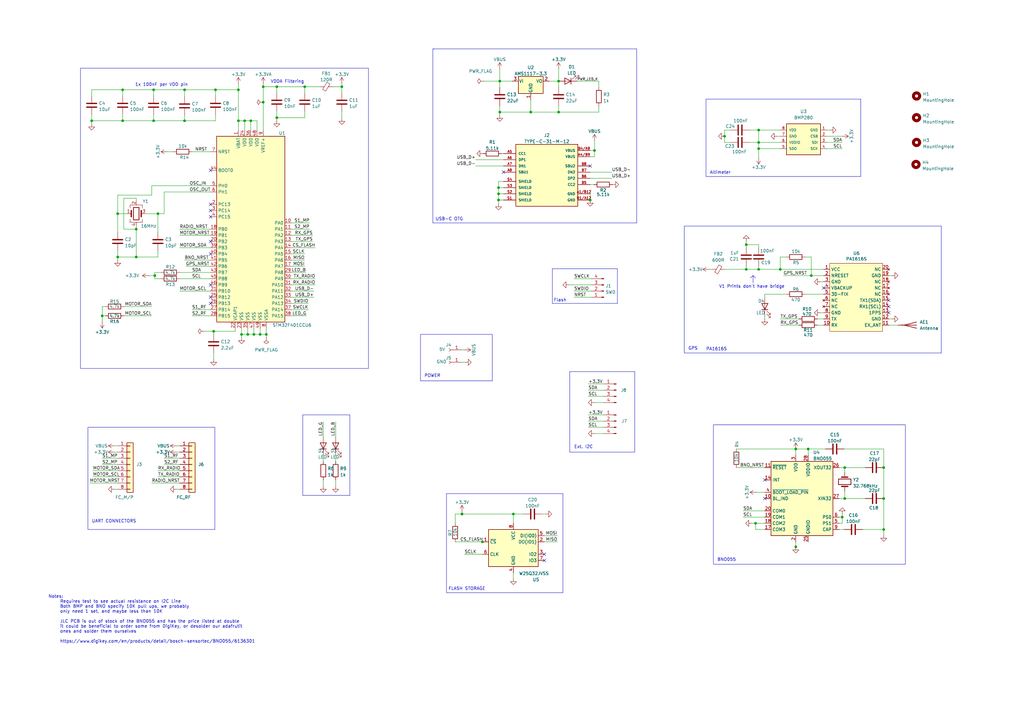
<source format=kicad_sch>
(kicad_sch (version 20231120) (generator "eeschema") (generator_version "8.0")
  (paper "A3")
  (junction (at 311.15 53.34))
  (junction (at 309.88 214.63))
  (junction (at 87.63 135.89))
  (junction (at 62.992 36.83))
  (junction (at 99.06 137.16))
  (junction (at 326.39 184.15))
  (junction (at 229.108 45.974))
  (junction (at 306.07 100.33))
  (junction (at 311.15 110.49))
  (junction (at 346.456 204.47))
  (junction (at 345.44 212.09))
  (junction (at 243.84 61.722))
  (junction (at 311.15 58.42))
  (junction (at 326.39 224.282))
  (junction (at 55.88 93.98))
  (junction (at 197.866 222.25))
  (junction (at 64.77 87.63))
  (junction (at 62.992 49.53))
  (junction (at 320.04 110.49))
  (junction (at 204.47 76.962))
  (junction (at 346.456 191.77))
  (junction (at 48.26 105.41))
  (junction (at 204.47 82.042))
  (junction (at 124.968 35.56))
  (junction (at 362.458 191.77))
  (junction (at 48.26 87.63))
  (junction (at 106.68 137.16))
  (junction (at 75.692 36.83))
  (junction (at 311.15 60.96))
  (junction (at 55.88 105.41))
  (junction (at 113.538 35.56))
  (junction (at 204.47 79.502))
  (junction (at 101.6 137.16))
  (junction (at 140.208 35.56))
  (junction (at 210.566 210.82))
  (junction (at 41.91 129.54))
  (junction (at 204.978 33.274))
  (junction (at 102.87 49.53))
  (junction (at 297.18 55.88))
  (junction (at 362.458 217.17))
  (junction (at 331.47 184.15))
  (junction (at 229.108 33.274))
  (junction (at 107.95 41.91))
  (junction (at 104.14 137.16))
  (junction (at 63.5 113.03))
  (junction (at 107.95 35.56))
  (junction (at 88.392 36.83))
  (junction (at 332.74 113.03))
  (junction (at 97.79 36.83))
  (junction (at 100.33 49.53))
  (junction (at 217.678 45.974))
  (junction (at 97.79 49.53))
  (junction (at 50.292 36.83))
  (junction (at 37.592 49.53))
  (junction (at 109.22 137.16))
  (junction (at 50.292 49.53))
  (junction (at 113.538 48.26))
  (junction (at 204.978 45.974))
  (junction (at 242.062 82.042))
  (junction (at 189.484 210.82))
  (junction (at 75.692 49.53))
  (junction (at 306.07 110.49))
  (junction (at 362.458 204.47))
  (no_connect (at 337.82 118.11))
  (no_connect (at 364.49 125.73))
  (no_connect (at 364.49 128.27))
  (no_connect (at 86.36 99.06))
  (no_connect (at 206.502 70.612))
  (no_connect (at 86.36 121.92))
  (no_connect (at 86.36 116.84))
  (no_connect (at 86.36 104.14))
  (no_connect (at 86.36 83.82))
  (no_connect (at 86.36 86.36))
  (no_connect (at 86.36 88.9))
  (no_connect (at 86.36 69.85))
  (no_connect (at 242.062 68.072))
  (no_connect (at 364.49 123.19))
  (no_connect (at 313.69 196.85))
  (no_connect (at 313.69 204.47))
  (no_connect (at 86.36 124.46))
  (no_connect (at 223.266 227.33))
  (no_connect (at 223.266 229.87))
  (wire (pts (xy 346.456 191.77) (xy 354.838 191.77)))
  (wire (pts (xy 68.58 62.23) (xy 71.12 62.23)))
  (polyline (pts (xy 226.568 110.236) (xy 226.568 124.46)))
  (wire (pts (xy 88.392 36.83) (xy 97.79 36.83)))
  (wire (pts (xy 297.18 58.42) (xy 299.72 58.42)))
  (wire (pts (xy 119.38 96.52) (xy 128.27 96.52)))
  (wire (pts (xy 229.108 43.434) (xy 229.108 45.974)))
  (wire (pts (xy 346.202 184.15) (xy 362.458 184.15)))
  (wire (pts (xy 87.63 144.78) (xy 87.63 147.32)))
  (wire (pts (xy 55.88 93.98) (xy 55.88 92.71)))
  (wire (pts (xy 309.88 217.17) (xy 309.88 214.63)))
  (wire (pts (xy 62.23 76.2) (xy 62.23 80.01)))
  (wire (pts (xy 321.31 113.03) (xy 332.74 113.03)))
  (wire (pts (xy 242.57 114.3) (xy 235.458 114.3)))
  (wire (pts (xy 292.1 110.49) (xy 290.83 110.49)))
  (wire (pts (xy 48.26 87.63) (xy 48.26 95.25)))
  (wire (pts (xy 41.91 129.54) (xy 43.18 129.54)))
  (wire (pts (xy 190.5 227.33) (xy 197.866 227.33)))
  (wire (pts (xy 124.968 45.72) (xy 124.968 48.26)))
  (wire (pts (xy 320.04 133.35) (xy 327.66 133.35)))
  (wire (pts (xy 311.15 58.42) (xy 311.15 60.96)))
  (wire (pts (xy 132.588 186.69) (xy 132.588 189.23)))
  (wire (pts (xy 107.95 41.91) (xy 107.95 53.34)))
  (wire (pts (xy 217.678 40.894) (xy 217.678 45.974)))
  (wire (pts (xy 132.588 196.85) (xy 132.588 199.39)))
  (wire (pts (xy 73.66 114.3) (xy 86.36 114.3)))
  (wire (pts (xy 50.292 46.99) (xy 50.292 49.53)))
  (wire (pts (xy 346.456 204.47) (xy 344.17 204.47)))
  (wire (pts (xy 204.978 33.274) (xy 210.058 33.274)))
  (wire (pts (xy 344.17 217.17) (xy 346.202 217.17)))
  (wire (pts (xy 310.134 201.93) (xy 313.69 201.93)))
  (wire (pts (xy 97.79 34.29) (xy 97.79 36.83)))
  (wire (pts (xy 48.26 87.63) (xy 52.07 87.63)))
  (wire (pts (xy 62.992 46.99) (xy 62.992 49.53)))
  (wire (pts (xy 362.458 191.77) (xy 362.458 204.47)))
  (wire (pts (xy 243.84 61.722) (xy 242.062 61.722)))
  (polyline (pts (xy 261.112 91.44) (xy 177.546 91.44)))
  (wire (pts (xy 242.062 70.612) (xy 250.952 70.612)))
  (wire (pts (xy 102.87 49.53) (xy 100.33 49.53)))
  (wire (pts (xy 140.208 34.29) (xy 140.208 35.56)))
  (wire (pts (xy 64.77 87.63) (xy 64.77 95.25)))
  (wire (pts (xy 326.39 222.25) (xy 326.39 224.282)))
  (wire (pts (xy 101.6 134.62) (xy 101.6 137.16)))
  (wire (pts (xy 336.55 115.57) (xy 337.82 115.57)))
  (wire (pts (xy 189.484 209.804) (xy 189.484 210.82)))
  (wire (pts (xy 48.26 102.87) (xy 48.26 105.41)))
  (wire (pts (xy 313.69 120.65) (xy 313.69 121.92)))
  (wire (pts (xy 46.99 200.66) (xy 48.26 200.66)))
  (wire (pts (xy 62.23 80.01) (xy 48.26 80.01)))
  (wire (pts (xy 88.392 49.53) (xy 75.692 49.53)))
  (wire (pts (xy 204.978 28.194) (xy 204.978 33.274)))
  (wire (pts (xy 41.91 125.73) (xy 41.91 129.54)))
  (wire (pts (xy 223.266 222.25) (xy 228.6 222.25)))
  (wire (pts (xy 50.8 81.28) (xy 50.8 93.98)))
  (wire (pts (xy 364.49 113.03) (xy 365.76 113.03)))
  (wire (pts (xy 229.108 45.974) (xy 217.678 45.974)))
  (wire (pts (xy 113.538 45.72) (xy 113.538 48.26)))
  (wire (pts (xy 78.74 127) (xy 86.36 127)))
  (wire (pts (xy 72.39 200.66) (xy 73.66 200.66)))
  (polyline (pts (xy 230.886 243.078) (xy 183.134 243.078)))
  (wire (pts (xy 88.392 39.37) (xy 88.392 36.83)))
  (polyline (pts (xy 183.134 202.438) (xy 230.886 202.438)))
  (wire (pts (xy 55.88 93.98) (xy 55.88 105.41)))
  (wire (pts (xy 339.09 58.42) (xy 345.44 58.42)))
  (wire (pts (xy 124.968 38.1) (xy 124.968 35.56)))
  (wire (pts (xy 320.04 105.41) (xy 322.58 105.41)))
  (wire (pts (xy 55.88 81.28) (xy 50.8 81.28)))
  (polyline (pts (xy 308.862 113.034) (xy 308.862 113.542)))
  (polyline (pts (xy 183.134 202.438) (xy 183.134 243.078)))
  (wire (pts (xy 132.588 172.974) (xy 132.588 179.07)))
  (wire (pts (xy 140.208 45.72) (xy 140.208 48.514)))
  (wire (pts (xy 76.2 109.22) (xy 86.36 109.22)))
  (wire (pts (xy 311.15 53.34) (xy 320.04 53.34)))
  (wire (pts (xy 119.38 121.92) (xy 128.778 121.92)))
  (polyline (pts (xy 124.206 203.2) (xy 143.51 203.2)))
  (wire (pts (xy 78.74 129.54) (xy 86.36 129.54)))
  (wire (pts (xy 204.978 33.274) (xy 204.978 35.814)))
  (wire (pts (xy 204.47 76.962) (xy 204.47 79.502)))
  (wire (pts (xy 302.006 191.77) (xy 313.69 191.77)))
  (wire (pts (xy 109.22 137.16) (xy 109.22 138.43)))
  (wire (pts (xy 331.47 184.15) (xy 331.47 186.69)))
  (wire (pts (xy 97.79 36.83) (xy 97.79 49.53)))
  (wire (pts (xy 326.39 184.15) (xy 326.39 186.69)))
  (wire (pts (xy 344.17 212.09) (xy 345.44 212.09)))
  (wire (pts (xy 320.04 110.49) (xy 337.82 110.49)))
  (wire (pts (xy 83.82 135.89) (xy 87.63 135.89)))
  (wire (pts (xy 306.07 110.49) (xy 306.07 109.22)))
  (wire (pts (xy 73.66 101.6) (xy 86.36 101.6)))
  (wire (pts (xy 119.38 129.54) (xy 125.73 129.54)))
  (wire (pts (xy 113.538 48.26) (xy 124.968 48.26)))
  (wire (pts (xy 198.12 222.25) (xy 197.866 222.25)))
  (wire (pts (xy 63.5 114.3) (xy 66.04 114.3)))
  (wire (pts (xy 311.15 60.96) (xy 320.04 60.96)))
  (wire (pts (xy 105.41 49.53) (xy 102.87 49.53)))
  (wire (pts (xy 345.44 214.63) (xy 345.44 212.09)))
  (wire (pts (xy 245.618 33.274) (xy 245.618 35.814)))
  (wire (pts (xy 137.668 196.85) (xy 137.668 199.39)))
  (wire (pts (xy 198.374 33.274) (xy 204.978 33.274)))
  (wire (pts (xy 64.77 195.58) (xy 73.66 195.58)))
  (wire (pts (xy 353.822 217.17) (xy 362.458 217.17)))
  (wire (pts (xy 318.77 55.88) (xy 320.04 55.88)))
  (wire (pts (xy 306.07 110.49) (xy 311.15 110.49)))
  (wire (pts (xy 297.18 55.88) (xy 297.18 58.42)))
  (wire (pts (xy 101.6 137.16) (xy 99.06 137.16)))
  (wire (pts (xy 204.47 79.502) (xy 206.502 79.502)))
  (wire (pts (xy 245.618 45.974) (xy 229.108 45.974)))
  (wire (pts (xy 225.298 33.274) (xy 229.108 33.274)))
  (wire (pts (xy 109.22 134.62) (xy 109.22 137.16)))
  (wire (pts (xy 109.22 137.16) (xy 106.68 137.16)))
  (wire (pts (xy 326.39 184.15) (xy 331.47 184.15)))
  (wire (pts (xy 106.68 134.62) (xy 106.68 137.16)))
  (polyline (pts (xy 177.546 91.44) (xy 177.546 20.066)))
  (wire (pts (xy 311.15 110.49) (xy 320.04 110.49)))
  (wire (pts (xy 124.968 35.56) (xy 131.318 35.56)))
  (wire (pts (xy 73.66 96.52) (xy 86.36 96.52)))
  (polyline (pts (xy 308.862 113.542) (xy 308.862 116.082)))
  (wire (pts (xy 346.456 204.47) (xy 354.838 204.47)))
  (wire (pts (xy 222.25 210.82) (xy 223.774 210.82)))
  (wire (pts (xy 67.31 187.96) (xy 73.66 187.96)))
  (wire (pts (xy 137.668 172.974) (xy 137.668 179.07)))
  (wire (pts (xy 55.88 82.55) (xy 55.88 81.28)))
  (polyline (pts (xy 261.112 20.066) (xy 261.112 91.44)))
  (polyline (pts (xy 226.568 110.236) (xy 253.238 110.236)))
  (wire (pts (xy 50.8 93.98) (xy 55.88 93.98)))
  (wire (pts (xy 46.99 182.88) (xy 48.26 182.88)))
  (wire (pts (xy 336.55 128.27) (xy 337.82 128.27)))
  (wire (pts (xy 119.38 124.46) (xy 126.492 124.46)))
  (wire (pts (xy 106.68 137.16) (xy 104.14 137.16)))
  (wire (pts (xy 242.062 73.152) (xy 250.952 73.152)))
  (wire (pts (xy 313.69 120.65) (xy 322.58 120.65)))
  (wire (pts (xy 235.458 121.92) (xy 242.57 121.92)))
  (wire (pts (xy 332.74 113.03) (xy 332.74 105.41)))
  (wire (pts (xy 233.426 116.84) (xy 242.57 116.84)))
  (wire (pts (xy 119.38 93.98) (xy 127 93.98)))
  (wire (pts (xy 119.38 104.14) (xy 124.968 104.14)))
  (wire (pts (xy 204.47 76.962) (xy 206.502 76.962)))
  (wire (pts (xy 223.266 219.71) (xy 228.6 219.71)))
  (wire (pts (xy 186.69 210.82) (xy 189.484 210.82)))
  (wire (pts (xy 37.592 39.37) (xy 37.592 36.83)))
  (wire (pts (xy 75.692 49.53) (xy 62.992 49.53)))
  (wire (pts (xy 311.15 53.34) (xy 311.15 58.42)))
  (wire (pts (xy 243.84 177.8) (xy 247.65 177.8)))
  (wire (pts (xy 64.77 105.41) (xy 55.88 105.41)))
  (wire (pts (xy 206.502 74.422) (xy 204.47 74.422)))
  (wire (pts (xy 306.07 100.33) (xy 311.15 100.33)))
  (wire (pts (xy 229.108 33.274) (xy 229.108 28.194)))
  (wire (pts (xy 140.208 35.56) (xy 140.208 38.1)))
  (wire (pts (xy 113.538 35.56) (xy 107.95 35.56)))
  (wire (pts (xy 41.91 190.5) (xy 48.26 190.5)))
  (wire (pts (xy 189.23 143.51) (xy 190.5 143.51)))
  (wire (pts (xy 242.062 79.502) (xy 242.062 82.042)))
  (wire (pts (xy 308.356 214.63) (xy 309.88 214.63)))
  (wire (pts (xy 62.23 198.12) (xy 73.66 198.12)))
  (wire (pts (xy 330.2 120.65) (xy 337.82 120.65)))
  (wire (pts (xy 243.84 57.658) (xy 243.84 61.722)))
  (wire (pts (xy 189.23 148.59) (xy 190.754 148.59)))
  (wire (pts (xy 38.1 195.58) (xy 48.26 195.58)))
  (wire (pts (xy 297.18 53.34) (xy 297.18 55.88)))
  (wire (pts (xy 75.692 47.244) (xy 75.692 49.53)))
  (wire (pts (xy 62.23 125.73) (xy 50.8 125.73)))
  (wire (pts (xy 75.692 36.83) (xy 75.692 39.624)))
  (wire (pts (xy 210.566 214.63) (xy 210.566 210.82)))
  (wire (pts (xy 100.33 49.53) (xy 100.33 53.34)))
  (wire (pts (xy 136.398 35.56) (xy 140.208 35.56)))
  (wire (pts (xy 304.8 212.09) (xy 313.69 212.09)))
  (polyline (pts (xy 253.238 124.46) (xy 226.568 124.46)))
  (wire (pts (xy 41.91 187.96) (xy 48.26 187.96)))
  (wire (pts (xy 72.39 185.42) (xy 73.66 185.42)))
  (wire (pts (xy 107.95 34.29) (xy 107.95 35.56)))
  (wire (pts (xy 362.458 204.47) (xy 362.458 217.17)))
  (wire (pts (xy 104.14 137.16) (xy 101.6 137.16)))
  (wire (pts (xy 326.39 224.282) (xy 326.39 225.298)))
  (polyline (pts (xy 177.546 20.066) (xy 178.054 20.066)))
  (wire (pts (xy 50.8 129.54) (xy 62.23 129.54)))
  (wire (pts (xy 311.15 100.33) (xy 311.15 101.6)))
  (wire (pts (xy 67.31 87.63) (xy 64.77 87.63)))
  (wire (pts (xy 62.992 36.83) (xy 62.992 39.37)))
  (polyline (pts (xy 253.238 110.236) (xy 253.238 124.46)))
  (wire (pts (xy 345.44 210.82) (xy 345.44 212.09)))
  (wire (pts (xy 186.69 222.25) (xy 197.866 222.25)))
  (wire (pts (xy 364.49 130.81) (xy 365.76 130.81)))
  (wire (pts (xy 75.692 36.83) (xy 88.392 36.83)))
  (wire (pts (xy 113.538 48.26) (xy 113.538 49.53)))
  (wire (pts (xy 313.69 129.54) (xy 313.69 130.81)))
  (wire (pts (xy 50.292 49.53) (xy 37.592 49.53)))
  (polyline (pts (xy 230.886 202.438) (xy 230.886 243.078)))
  (polyline (pts (xy 143.51 170.18) (xy 124.206 170.18)))
  (wire (pts (xy 307.34 58.42) (xy 311.15 58.42)))
  (wire (pts (xy 243.84 165.1) (xy 247.65 165.1)))
  (wire (pts (xy 241.3 157.48) (xy 247.65 157.48)))
  (wire (pts (xy 36.83 198.12) (xy 48.26 198.12)))
  (wire (pts (xy 186.69 210.82) (xy 186.69 214.63)))
  (wire (pts (xy 204.47 79.502) (xy 204.47 82.042)))
  (wire (pts (xy 204.47 74.422) (xy 204.47 76.962)))
  (wire (pts (xy 210.566 210.82) (xy 214.63 210.82)))
  (wire (pts (xy 204.978 45.974) (xy 204.978 47.244)))
  (wire (pts (xy 304.8 209.55) (xy 313.69 209.55)))
  (wire (pts (xy 41.91 129.54) (xy 41.91 132.08)))
  (wire (pts (xy 67.31 78.74) (xy 67.31 87.63)))
  (wire (pts (xy 96.52 135.89) (xy 96.52 134.62)))
  (wire (pts (xy 204.978 43.434) (xy 204.978 45.974)))
  (wire (pts (xy 87.63 135.89) (xy 96.52 135.89)))
  (wire (pts (xy 241.3 175.26) (xy 247.65 175.26)))
  (wire (pts (xy 307.34 53.34) (xy 311.15 53.34)))
  (polyline (pts (xy 124.206 170.434) (xy 124.206 203.2)))
  (polyline (pts (xy 124.206 170.18) (xy 124.206 170.434)))
  (wire (pts (xy 119.38 101.6) (xy 129.286 101.6)))
  (wire (pts (xy 332.74 113.03) (xy 337.82 113.03)))
  (wire (pts (xy 107.95 35.56) (xy 107.95 41.91)))
  (wire (pts (xy 119.38 106.68) (xy 124.968 106.68)))
  (wire (pts (xy 206.502 82.042) (xy 204.47 82.042)))
  (wire (pts (xy 119.38 109.22) (xy 124.968 109.22)))
  (wire (pts (xy 102.87 49.53) (xy 102.87 53.34)))
  (wire (pts (xy 124.968 35.56) (xy 113.538 35.56)))
  (wire (pts (xy 339.09 55.88) (xy 345.44 55.88)))
  (wire (pts (xy 88.392 46.99) (xy 88.392 49.53)))
  (wire (pts (xy 217.678 45.974) (xy 204.978 45.974)))
  (wire (pts (xy 210.566 234.95) (xy 210.566 237.236)))
  (wire (pts (xy 195.072 68.072) (xy 206.502 68.072)))
  (wire (pts (xy 48.26 105.41) (xy 48.26 106.68)))
  (wire (pts (xy 62.23 76.2) (xy 86.36 76.2)))
  (wire (pts (xy 362.458 217.17) (xy 362.458 219.456)))
  (wire (pts (xy 206.502 65.532) (xy 195.072 65.532)))
  (wire (pts (xy 344.17 191.77) (xy 346.456 191.77)))
  (wire (pts (xy 119.38 111.76) (xy 125.476 111.76)))
  (wire (pts (xy 137.668 186.69) (xy 137.668 189.23)))
  (wire (pts (xy 313.69 217.17) (xy 309.88 217.17)))
  (wire (pts (xy 37.592 49.53) (xy 37.592 50.8)))
  (wire (pts (xy 346.456 191.77) (xy 346.456 193.802)))
  (wire (pts (xy 99.06 134.62) (xy 99.06 137.16)))
  (wire (pts (xy 309.88 214.63) (xy 313.69 214.63)))
  (wire (pts (xy 63.5 111.76) (xy 63.5 113.03)))
  (wire (pts (xy 73.66 111.76) (xy 86.36 111.76)))
  (wire (pts (xy 46.99 185.42) (xy 48.26 185.42)))
  (wire (pts (xy 339.09 53.34) (xy 340.36 53.34)))
  (wire (pts (xy 63.5 113.03) (xy 63.5 114.3)))
  (wire (pts (xy 73.66 119.38) (xy 86.36 119.38)))
  (wire (pts (xy 311.15 58.42) (xy 320.04 58.42)))
  (wire (pts (xy 204.47 82.042) (xy 204.47 83.566)))
  (wire (pts (xy 299.72 53.34) (xy 297.18 53.34)))
  (wire (pts (xy 113.538 35.56) (xy 113.538 38.1)))
  (wire (pts (xy 67.31 190.5) (xy 73.66 190.5)))
  (wire (pts (xy 242.062 75.692) (xy 243.586 75.692)))
  (wire (pts (xy 364.49 133.35) (xy 368.3 133.35)))
  (wire (pts (xy 119.38 116.84) (xy 129.286 116.84)))
  (wire (pts (xy 37.592 36.83) (xy 50.292 36.83)))
  (wire (pts (xy 330.2 105.41) (xy 332.74 105.41)))
  (wire (pts (xy 104.14 134.62) (xy 104.14 137.16)))
  (wire (pts (xy 119.38 99.06) (xy 128.27 99.06)))
  (wire (pts (xy 97.79 49.53) (xy 97.79 53.34)))
  (wire (pts (xy 320.04 105.41) (xy 320.04 110.49)))
  (wire (pts (xy 119.38 127) (xy 126.492 127)))
  (wire (pts (xy 245.618 43.434) (xy 245.618 45.974)))
  (wire (pts (xy 236.728 33.274) (xy 245.618 33.274)))
  (wire (pts (xy 241.3 170.18) (xy 247.65 170.18)))
  (wire (pts (xy 64.77 193.04) (xy 73.66 193.04)))
  (wire (pts (xy 119.38 91.44) (xy 127 91.44)))
  (wire (pts (xy 205.74 62.992) (xy 206.502 62.992)))
  (wire (pts (xy 306.07 110.49) (xy 297.18 110.49)))
  (wire (pts (xy 99.06 137.16) (xy 99.06 138.43)))
  (wire (pts (xy 241.3 160.02) (xy 247.65 160.02)))
  (wire (pts (xy 50.292 36.83) (xy 50.292 39.37)))
  (wire (pts (xy 63.5 111.76) (xy 66.04 111.76)))
  (wire (pts (xy 87.63 137.16) (xy 87.63 135.89)))
  (wire (pts (xy 302.006 184.15) (xy 326.39 184.15)))
  (wire (pts (xy 43.18 125.73) (xy 41.91 125.73)))
  (wire (pts (xy 64.77 102.87) (xy 64.77 105.41)))
  (wire (pts (xy 72.39 182.88) (xy 73.66 182.88)))
  (wire (pts (xy 189.484 210.82) (xy 210.566 210.82)))
  (wire (pts (xy 73.66 93.98) (xy 86.36 93.98)))
  (wire (pts (xy 320.04 130.81) (xy 327.66 130.81)))
  (wire (pts (xy 344.17 214.63) (xy 345.44 214.63)))
  (wire (pts (xy 306.07 99.06) (xy 306.07 100.33)))
  (wire (pts (xy 105.41 53.34) (xy 105.41 49.53)))
  (wire (pts (xy 59.69 87.63) (xy 64.77 87.63)))
  (wire (pts (xy 62.992 49.53) (xy 50.292 49.53)))
  (wire (pts (xy 119.38 114.3) (xy 129.286 114.3)))
  (wire (pts (xy 119.38 119.38) (xy 128.778 119.38)))
  (wire (pts (xy 48.26 80.01) (xy 48.26 87.63)))
  (wire (pts (xy 67.31 78.74) (xy 86.36 78.74)))
  (wire (pts (xy 100.33 49.53) (xy 97.79 49.53)))
  (wire (pts (xy 346.456 201.422) (xy 346.456 204.47)))
  (polyline (pts (xy 143.51 203.2) (xy 143.51 170.18)))
  (wire (pts (xy 241.3 172.72) (xy 247.65 172.72)))
  (wire (pts (xy 242.062 64.262) (xy 243.84 64.262)))
  (wire (pts (xy 362.458 184.15) (xy 362.458 191.77)))
  (wire (pts (xy 63.5 113.03) (xy 60.96 113.03)))
  (wire (pts (xy 38.1 193.04) (xy 48.26 193.04)))
  (wire (pts (xy 306.07 100.33) (xy 306.07 101.6)))
  (wire (pts (xy 311.15 110.49) (xy 311.15 109.22)))
  (wire (pts (xy 75.692 106.68) (xy 86.36 106.68)))
  (wire (pts (xy 50.292 36.83) (xy 62.992 36.83)))
  (wire (pts (xy 243.84 64.262) (xy 243.84 61.722)))
  (wire (pts (xy 339.09 60.96) (xy 345.44 60.96)))
  (wire (pts (xy 241.3 162.56) (xy 247.65 162.56)))
  (wire (pts (xy 331.47 184.15) (xy 338.582 184.15)))
  (wire (pts (xy 55.88 105.41) (xy 48.26 105.41)))
  (wire (pts (xy 335.28 133.35) (xy 337.82 133.35)))
  (wire (pts (xy 37.592 46.99) (xy 37.592 49.53)))
  (wire (pts (xy 335.28 130.81) (xy 337.82 130.81)))
  (wire (pts (xy 229.108 33.274) (xy 229.108 35.814)))
  (wire (pts (xy 62.992 36.83) (xy 75.692 36.83)))
  (wire (pts (xy 78.74 62.23) (xy 86.36 62.23)))
  (polyline (pts (xy 177.8 20.066) (xy 261.112 20.066)))
  (wire (pts (xy 242.57 119.38) (xy 235.458 119.38)))
  (wire (pts (xy 311.15 60.96) (xy 311.15 64.77)))
  (rectangle (start 292.608 174.244) (end 371.348 231.394))
  (rectangle (start 233.68 152.4) (end 260.35 185.42))
  (rectangle (start 33.02 27.94) (end 151.13 151.13))
  (rectangle (start 289.56 40.64) (end 353.06 72.39))
  (arc (start 307.848 114.054) (mid 308.3372 113.5272) (end 308.864 113.038))
  (arc (start 308.862 113.034) (mid 309.3887 113.5233) (end 309.878 114.05))
  (rectangle (start 280.67 92.71) (end 386.08 144.78))
  (rectangle (start 172.466 137.16) (end 201.93 156.21))
  (rectangle (start 36.068 175.26) (end 88.138 217.17))
  (text "VDDA Filtering" (at 110.998 34.29 0) (effects (font (size 1.27 1.27)) (justify left bottom)))
  (text "Flash" (at 227.076 123.952 0) (effects (font (size 1.27 1.27)) (justify left bottom)))
  (text "Altimeter" (at 295.402 70.866 0) (effects (font (size 1.27 1.27))))
  (text "FLASH STORAGE" (at 183.896 242.316 0) (effects (font (size 1.27 1.27)) (justify left bottom)))
  (text "PA1616S" (at 293.878 143.256 0) (effects (font (size 1.27 1.27))))
  (text "V1 Prints don't have bridge" (at 308.354 117.606 0) (effects (font (size 1.27 1.27))))
  (text "1x 100nF per VDD pin" (at 55.372 35.56 0) (effects (font (size 1.27 1.27)) (justify left bottom)))
  (text "Notes:\n	Requires test to see actual resistance on I2C Line\n	Both BMP and BNO specify 10K pull ups, we probably\n	only need 1 set, and maybe less than 10K\n\n	JLC PCB is out of stock of the BNO055 and has the price listed at double\n	it could be beneficial to order some from DigiKey, or desolder our adafrutit\n	ones and solder them ourselves\n\n	https://www.digikey.com/en/products/detail/bosch-sensortec/BNO055/6136301" (at 19.812 263.906 0) (effects (font (size 1.27 1.27)) (justify left bottom)))
  (text "USB-C OTG" (at 178.562 90.678 0) (effects (font (size 1.27 1.27)) (justify left bottom)))
  (text "GPS" (at 284.226 143.002 0) (effects (font (size 1.27 1.27))))
  (text "UART CONNECTORS" (at 46.736 213.868 0) (effects (font (size 1.27 1.27))))
  (text "BNO055" (at 294.132 230.378 0) (effects (font (size 1.27 1.27)) (justify left bottom)))
  (text "Ext. I2C" (at 235.458 184.15 0) (effects (font (size 1.27 1.27)) (justify left bottom)))
  (text "POWER" (at 173.99 154.94 0) (effects (font (size 1.27 1.27)) (justify left bottom)))
  (label "USB_D-" (at 128.778 119.38 180))
  (label "USB_D+" (at 128.778 121.92 180))
  (label "GPS_NRST" (at 321.31 113.03 0))
  (label "TX_RADIO" (at 129.286 114.3 180))
  (label "MOTOR_SDA" (at 62.23 125.73 180))
  (label "S2_MP" (at 41.91 190.5 0))
  (label "SCL" (at 241.3 162.56 0))
  (label "+3.3V" (at 241.3 170.18 0))
  (label "MOTOR_SCL" (at 73.66 119.38 0))
  (label "USB_D-" (at 195.072 68.072 180))
  (label "USB_D+" (at 195.072 65.532 180))
  (label "LED_B" (at 125.476 111.76 180))
  (label "OSC_IN" (at 77.724 76.2 0))
  (label "S1_RF" (at 67.31 187.96 0))
  (label "MOTOR_SCL" (at 62.23 129.54 180))
  (label "S1_MP" (at 127 91.44 180))
  (label "TX_GPS" (at 320.04 130.81 0))
  (label "BNO_NRST" (at 75.692 106.68 0))
  (label "+3.3V" (at 241.3 157.48 0))
  (label "SWCLK" (at 235.458 114.3 0))
  (label "SCL" (at 78.74 114.3 0))
  (label "CS_FLASH" (at 129.286 101.6 180))
  (label "LED_G" (at 125.73 129.54 180))
  (label "SWDIO" (at 235.458 119.38 0))
  (label "SDA" (at 345.44 58.42 180))
  (label "S2_MP" (at 127 93.98 180))
  (label "TX_GPS" (at 128.27 99.06 180))
  (label "SCL" (at 241.3 175.26 0))
  (label "CS_FLASH" (at 198.12 222.25 180))
  (label "OSC_OUT" (at 77.724 78.74 0))
  (label "NRST" (at 235.458 121.92 0))
  (label "MOTOR_SDA" (at 73.66 101.6 0))
  (label "RX_GPS" (at 320.04 133.35 0))
  (label "USB_D-" (at 250.952 70.612 0))
  (label "SDA" (at 241.3 172.72 0))
  (label "MOSI" (at 228.6 219.71 180))
  (label "SWCLK" (at 126.492 127 180))
  (label "S1_MP" (at 41.91 187.96 0))
  (label "RADIO_NRST" (at 62.23 198.12 0))
  (label "LED_B" (at 137.668 172.974 270))
  (label "SDA" (at 78.74 111.76 0))
  (label "MISO" (at 124.968 106.68 180))
  (label "RX_RADIO" (at 64.77 193.04 0))
  (label "PWR_LED_K" (at 236.728 33.274 0) (effects (font (size 1 1))))
  (label "GPS_NRST" (at 76.2 109.22 0))
  (label "SDA" (at 241.3 160.02 0))
  (label "BNO_NRST" (at 303.53 191.77 0))
  (label "MOTOR_SDA" (at 38.1 193.04 0))
  (label "SCLK" (at 124.968 104.14 180))
  (label "RADIO_NRST" (at 73.66 93.98 0))
  (label "SCL" (at 345.44 60.96 180))
  (label "S1_RF" (at 78.74 127 0))
  (label "S2_RF" (at 67.31 190.5 0))
  (label "USB_D+" (at 250.952 73.152 0))
  (label "MOTOR_NRST" (at 73.66 96.52 0))
  (label "MOTOR_SCL" (at 38.1 195.58 0))
  (label "RX_RADIO" (at 129.286 116.84 180))
  (label "MOTOR_NRST" (at 36.83 198.12 0))
  (label "SWDIO" (at 126.492 124.46 180))
  (label "NRST" (at 80.01 62.23 0))
  (label "SCLK" (at 190.5 227.33 0))
  (label "SCL" (at 304.8 212.09 0))
  (label "LED_G" (at 132.588 172.974 270))
  (label "S2_RF" (at 78.74 129.54 0))
  (label "RX_GPS" (at 128.27 96.52 180))
  (label "MISO" (at 228.6 222.25 180))
  (label "SDA" (at 304.8 209.55 0))
  (label "MOSI" (at 124.968 109.22 180))
  (label "TX_RADIO" (at 64.77 195.58 0))
  (symbol (lib_id "power:GND") (at 313.69 130.81 0) (unit 1)
    (property "Reference" "#PWR08" (effects (hide yes)))
    (property "Value" "GND" (effects (hide yes)))
  )
  (symbol (lib_id "power:GND") (at 87.63 147.32 0) (unit 1)
    (property "Reference" "#PWR0116" (effects (hide yes)))
    (property "Value" "GND" (effects (hide yes)))
  )
  (symbol (lib_id "power:GND") (at 132.588 199.39 0) (unit 1)
    (property "Reference" "#PWR0136" (effects (hide yes)))
    (property "Value" "GND" (effects (hide yes)))
  )
  (symbol (lib_id "power:GND") (at 99.06 138.43 0) (unit 1)
    (property "Reference" "#PWR0117" (effects (hide yes)))
    (property "Value" "GND" (effects (hide yes)))
  )
  (symbol (lib_id "power:GND") (at 243.84 177.8 270) (unit 1)
    (property "Reference" "#PWR09" (effects (hide yes)))
    (property "Value" "GND" (effects (hide yes)))
  )
  (symbol (lib_id "PA1616D:PA1616D") (at 340.36 107.95 0) (unit 1)
    (property "Reference" "U6" (at 351.282 103.886 0))
    (property "Value" "PA1616S" (at 351.282 106.172 0))
    (property "Footprint" "CD-PA1616D:XCVR_CD-PA1616D" (effects (hide yes)))
    (property "Description" "GPS Module" (effects (hide yes)))
    (property "LCSC Part" "C9900146965" (effects (hide yes)))
  )
  (symbol (lib_id "power:GND") (at 308.356 214.63 270) (unit 1)
    (property "Reference" "#PWR0123" (effects (hide yes)))
    (property "Value" "GND" (effects (hide yes)))
  )
  (symbol (lib_id "Connector:Conn_01x01_Female") (at 184.15 143.51 0) (mirror y) (unit 1)
    (property "Reference" "J4" (at 185.166 141.478 0) (effects (justify left)))
    (property "Value" "5V" (at 182.626 143.256 0) (effects (justify left)))
    (property "Footprint" "TestPoint:TestPoint_THTPad_2.5x2.5mm_Drill1.2mm" (effects (hide yes)))
  )
  (symbol (lib_id "power:GND") (at 326.39 224.282 0) (unit 1)
    (property "Reference" "#PWR0125" (effects (hide yes)))
    (property "Value" "GND" (effects (hide yes)))
  )
  (symbol (lib_id "Connector_Generic:Conn_01x08") (at 53.34 190.5 0) (unit 1)
    (property "Reference" "J3" (at 55.88 190.4999 0) (effects (justify left)))
    (property "Value" "FC_M/P" (at 47.244 203.962 0) (effects (justify left)))
    (property "Footprint" "Connector_FFC-FPC:Molex_200528-0080_1x08-1MP_P1.00mm_Horizontal" (effects (hide yes)))
    (property "Description" "Generic connector, single row, 01x08, script generated (kicad-library-utils/schlib/autogen/connector/)" (effects (hide yes)))
    (property "LCSC Part" "C132510" (effects (hide yes)))
  )
  (symbol (lib_id "Device:LED") (at 313.69 125.73 90) (unit 1)
    (property "Reference" "D4" (at 310.896 123.444 90) (effects (justify right)))
    (property "Value" "LED" (at 310.134 128.27 90) (effects (justify right)))
    (property "Footprint" "LED_SMD:LED_0603_1608Metric" (effects (hide yes)))
    (property "LCSC Part" "C2290" (effects (hide yes)))
  )
  (symbol (lib_id "Device:Antenna") (at 373.38 133.35 270) (unit 1)
    (property "Reference" "AE1" (at 377.19 132.0799 90) (effects (justify left)))
    (property "Value" "Antenna" (at 377.19 134.6199 90) (effects (justify left)))
    (property "Footprint" "Connector_Coaxial:U.FL_Molex_MCRF_73412-0110_Vertical" (effects (hide yes)))
    (property "Description" "Antenna" (effects (hide yes)))
    (property "LCSC Part" "C5137195" (effects (hide yes)))
  )
  (symbol (lib_id "Device:R") (at 46.99 125.73 270) (unit 1)
    (property "Reference" "R15" (at 46.99 123.698 90))
    (property "Value" "4.7k" (at 46.99 125.73 90))
    (property "Footprint" "Resistor_SMD:R_0402_1005Metric" (effects (hide yes)))
    (property "LCSC Part" "C119339" (effects (hide yes)))
  )
  (symbol (lib_id "power:GND") (at 140.208 48.514 0) (unit 1)
    (property "Reference" "#PWR0107" (effects (hide yes)))
    (property "Value" "GND" (effects (hide yes)))
  )
  (symbol (lib_id "Mechanical:MountingHole") (at 375.92 39.37 0) (unit 1)
    (property "Reference" "H1" (at 378.46 38.5353 0) (effects (justify left)))
    (property "Value" "MountingHole" (at 378.46 41.0722 0) (effects (justify left)))
    (property "Footprint" "MountingHole:MountingHole_2.2mm_M2" (effects (hide yes)))
  )
  (symbol (lib_id "Device:R") (at 331.47 130.81 90) (unit 1)
    (property "Reference" "R10" (at 330.962 126.746 90))
    (property "Value" "470" (at 330.962 128.778 90))
    (property "Footprint" "Resistor_SMD:R_0402_1005Metric" (effects (hide yes)))
    (property "LCSC Part" "0402WGJ0471TCE " (effects (hide yes)))
  )
  (symbol (lib_id "Device:R") (at 302.006 187.96 0) (unit 1)
    (property "Reference" "R4" (at 302.26 180.848 90) (effects (justify right)))
    (property "Value" "10k" (at 302.006 185.928 90) (effects (justify right)))
    (property "Footprint" "Resistor_SMD:R_0402_1005Metric" (effects (hide yes)))
    (property "LCSC Part" "C60490" (effects (hide yes)))
  )
  (symbol (lib_id "Sensor_Motion:BNO055") (at 328.93 204.47 0) (unit 1)
    (property "Reference" "U4" (at 333.4894 185.5302 0) (effects (justify left)))
    (property "Value" "BNO055" (at 333.4894 188.0671 0) (effects (justify left)))
    (property "Footprint" "Package_LGA:LGA-28_5.2x3.8mm_P0.5mm" (effects (hide yes)))
    (property "Datasheet" "https://ae-bst.resource.bosch.com/media/_tech/media/datasheets/BST_BNO055_DS000_14.pdf" (effects (hide yes)))
    (property "LCSC Part" "C93216" (effects (hide yes)))
  )
  (symbol (lib_id "Memory_Flash:W25Q32JVSS") (at 210.566 224.79 0) (unit 1)
    (property "Reference" "U5" (at 218.44 237.744 0) (effects (justify left)))
    (property "Value" "W25Q32JVSS" (at 212.852 235.204 0) (effects (justify left)))
    (property "Footprint" "Package_SO:SOIC-8_5.23x5.23mm_P1.27mm" (effects (hide yes)))
    (property "Datasheet" "http://www.winbond.com/resource-files/w25q32jv%20revg%2003272018%20plus.pdf" (effects (hide yes)))
    (property "LCSC Part" "C82344" (effects (hide yes)))
  )
  (symbol (lib_id "power:GND") (at 46.99 200.66 270) (unit 1)
    (property "Reference" "#PWR013" (effects (hide yes)))
    (property "Value" "GND" (effects (hide yes)))
  )
  (symbol (lib_id "Device:FerriteBead_Small") (at 133.858 35.56 90) (unit 1)
    (property "Reference" "FB1" (at 133.8199 30.1584 90))
    (property "Value" "120R" (at 133.8199 32.6953 90))
    (property "Footprint" "Inductor_SMD:L_0603_1608Metric" (effects (hide yes)))
    (property "LCSC Part" "C85831" (effects (hide yes)))
  )
  (symbol (lib_id "power:PWR_FLAG") (at 107.95 41.91 90) (unit 1)
    (property "Reference" "#FLG0101" (effects (hide yes)))
    (property "Value" "PWR_FLAG" (effects (hide yes)))
  )
  (symbol (lib_id "power:GND") (at 37.592 50.8 0) (unit 1)
    (property "Reference" "#PWR0102" (effects (hide yes)))
    (property "Value" "GND" (effects (hide yes)))
  )
  (symbol (lib_id "Device:R") (at 69.85 114.3 270) (unit 1)
    (property "Reference" "R13" (at 69.85 116.586 90))
    (property "Value" "4.7k" (at 69.85 114.3 90))
    (property "Footprint" "Resistor_SMD:R_0402_1005Metric" (effects (hide yes)))
    (property "LCSC Part" "C119339" (effects (hide yes)))
  )
  (symbol (lib_id "TYPE-C-31-M-12:TYPE-C-31-M-12") (at 224.282 71.882 0) (unit 1)
    (property "Reference" "J2" (at 224.282 55.4822 0))
    (property "Value" "TYPE-C-31-M-12" (at 224.282 58.0191 0))
    (property "Footprint" "USBC:HRO_TYPE-C-31-M-12" (effects (hide yes)))
    (property "SNAPEDA_PN" "TYPE-C-31-M-12" (effects (hide yes)))
    (property "MAXIMUM_PACKAGE_HEIGHT" "3.26 mm" (effects (hide yes)))
    (property "MANUFACTURER" "HRO Electronics Co., Ltd." (effects (hide yes)))
    (property "PARTREV" "2020.12.08" (effects (hide yes)))
    (property "STANDARD" "Manufacturer Recommendations" (effects (hide yes)))
    (property "LCSC Part" "C165948" (effects (hide yes)))
  )
  (symbol (lib_id "Device:C") (at 140.208 41.91 0) (unit 1)
    (property "Reference" "C11" (at 143.129 41.0753 0) (effects (justify left)))
    (property "Value" "1uF" (at 143.129 43.6122 0) (effects (justify left)))
    (property "Footprint" "Capacitor_SMD:C_0402_1005Metric" (effects (hide yes)))
    (property "LCSC Part" "C52923" (effects (hide yes)))
  )
  (symbol (lib_id "Device:R") (at 132.588 193.04 0) (unit 1)
    (property "Reference" "R8" (at 134.366 192.2053 0) (effects (justify left)))
    (property "Value" "1k" (at 134.366 194.7422 0) (effects (justify left)))
    (property "Footprint" "Resistor_SMD:R_0402_1005Metric" (effects (hide yes)))
    (property "LCSC Part" "C11702" (effects (hide yes)))
  )
  (symbol (lib_id "Regulator_Linear:AMS1117-3.3") (at 217.678 33.274 0) (unit 1)
    (property "Reference" "U2" (at 217.678 27.6692 0))
    (property "Value" "AMS1117-3.3" (at 217.678 30.2061 0))
    (property "Footprint" "Package_TO_SOT_SMD:SOT-223-3_TabPin2" (effects (hide yes)))
    (property "Datasheet" "http://www.advanced-monolithic.com/pdf/ds1117.pdf" (effects (hide yes)))
    (property "LCSC Part" "C6186" (effects (hide yes)))
  )
  (symbol (lib_id "Device:R") (at 247.396 75.692 270) (unit 1)
    (property "Reference" "R2" (at 247.396 77.978 90))
    (property "Value" "5.11k" (at 247.396 79.756 90))
    (property "Footprint" "Resistor_SMD:R_0402_1005Metric" (effects (hide yes)))
    (property "LCSC Part" "C25906" (effects (hide yes)))
  )
  (symbol (lib_id "power:+3.3V") (at 72.39 185.42 90) (unit 1)
    (property "Reference" "#PWR019" (effects (hide yes)))
    (property "Value" "+3.3V" (at 66.802 185.42 90))
  )
  (symbol (lib_id "power:GND") (at 198.12 62.992 270) (unit 1)
    (property "Reference" "#PWR0112" (effects (hide yes)))
    (property "Value" "GND" (effects (hide yes)))
  )
  (symbol (lib_id "Device:C") (at 48.26 99.06 0) (unit 1)
    (property "Reference" "C2" (at 51.181 98.2253 0) (effects (justify left)))
    (property "Value" "10pF" (at 51.181 100.7622 0) (effects (justify left)))
    (property "Footprint" "Capacitor_SMD:C_0402_1005Metric" (effects (hide yes)))
    (property "LCSC Part" "C32949" (effects (hide yes)))
  )
  (symbol (lib_id "power:GND") (at 72.39 200.66 270) (unit 1)
    (property "Reference" "#PWR020" (effects (hide yes)))
    (property "Value" "GND" (effects (hide yes)))
  )
  (symbol (lib_id "power:GND") (at 365.76 130.81 90) (unit 1)
    (property "Reference" "#PWR06" (effects (hide yes)))
    (property "Value" "GND" (effects (hide yes)))
  )
  (symbol (lib_id "Device:C") (at 37.592 43.18 0) (unit 1)
    (property "Reference" "C4" (at 40.513 42.3453 0) (effects (justify left)))
    (property "Value" "10uF" (at 40.513 44.8822 0) (effects (justify left)))
    (property "Footprint" "Capacitor_SMD:C_0603_1608Metric" (effects (hide yes)))
    (property "LCSC Part" "C19702" (effects (hide yes)))
  )
  (symbol (lib_id "power:GND") (at 362.458 219.456 0) (unit 1)
    (property "Reference" "#PWR0122" (effects (hide yes)))
    (property "Value" "GND" (effects (hide yes)))
  )
  (symbol (lib_id "power:GND") (at 242.062 82.042 0) (unit 1)
    (property "Reference" "#PWR0114" (effects (hide yes)))
    (property "Value" "GND" (effects (hide yes)))
  )
  (symbol (lib_id "power:+3.3V") (at 189.484 209.804 0) (unit 1)
    (property "Reference" "#PWR0127" (effects (hide yes)))
    (property "Value" "+3.3V" (at 189.484 205.994 0))
  )
  (symbol (lib_id "power:VBUS") (at 190.5 143.51 270) (mirror x) (unit 1)
    (property "Reference" "#PWR01" (effects (hide yes)))
    (property "Value" "VBUS" (at 194.31 143.51 0))
  )
  (symbol (lib_id "Device:C") (at 306.07 105.41 180) (unit 1)
    (property "Reference" "C21" (at 303.149 106.2447 0) (effects (justify left)))
    (property "Value" "1uF" (at 303.149 103.7078 0) (effects (justify left)))
    (property "Footprint" "Capacitor_SMD:C_0402_1005Metric" (effects (hide yes)))
    (property "LCSC Part" "C52923" (effects (hide yes)))
  )
  (symbol (lib_id "MCU_ST_STM32F4:STM32F401CCUx") (at 104.14 93.98 0) (unit 1)
    (property "Reference" "U1" (at 114.3 54.61 0) (effects (justify left)))
    (property "Value" "STM32F401CCU6" (at 111.76 133.35 0) (effects (justify left)))
    (property "Footprint" "Package_DFN_QFN:QFN-48-1EP_7x7mm_P0.5mm_EP5.6x5.6mm" (effects (hide yes)))
    (property "Datasheet" "http://www.st.com/st-web-ui/static/active/en/resource/technical/document/datasheet/DM00086815.pdf" (effects (hide yes)))
    (property "LCSC Part" "C79861" (effects (hide yes)))
  )
  (symbol (lib_id "Device:C") (at 350.012 217.17 90) (unit 1)
    (property "Reference" "C16" (at 350.012 211.3112 90))
    (property "Value" "100nF" (at 350.012 213.8481 90))
    (property "Footprint" "Capacitor_SMD:C_0402_1005Metric" (effects (hide yes)))
    (property "LCSC Part" "C307331" (effects (hide yes)))
  )
  (symbol (lib_id "power:VBUS") (at 204.978 28.194 0) (unit 1)
    (property "Reference" "#PWR0111" (effects (hide yes)))
    (property "Value" "VBUS" (at 204.978 24.384 0))
  )
  (symbol (lib_name "+3.3V_1") (lib_id "power:+3.3V") (at 60.96 113.03 90) (unit 1)
    (property "Reference" "#PWR023" (effects (hide yes)))
    (property "Value" "+3.3V" (at 57.15 113.0299 90) (effects (justify left)))
    (property "Description" "Power symbol creates a global label with name \"+3.3V\"" (effects (hide yes)))
  )
  (symbol (lib_id "power:GND") (at 204.47 83.566 0) (unit 1)
    (property "Reference" "#PWR0130" (effects (hide yes)))
    (property "Value" "GND" (effects (hide yes)))
  )
  (symbol (lib_id "power:GND") (at 113.538 49.53 0) (unit 1)
    (property "Reference" "#PWR0106" (effects (hide yes)))
    (property "Value" "GND" (effects (hide yes)))
  )
  (symbol (lib_id "power:+3.3V") (at 46.99 185.42 90) (unit 1)
    (property "Reference" "#PWR014" (effects (hide yes)))
    (property "Value" "+3.3V" (at 41.402 185.42 90))
  )
  (symbol (lib_id "Connector:Conn_01x04_Male") (at 247.65 119.38 180) (unit 1)
    (property "Reference" "J1" (at 248.3612 117.2753 0) (effects (justify right)))
    (property "Value" "SWD" (at 248.3612 119.8122 0) (effects (justify right)))
    (property "Footprint" "Connector_PinHeader_2.54mm:PinHeader_1x04_P2.54mm_Vertical" (effects (hide yes)))
    (property "LCSC Part" "C3025061" (effects (hide yes)))
  )
  (symbol (lib_id "power:GND") (at 365.76 113.03 90) (unit 1)
    (property "Reference" "#PWR05" (effects (hide yes)))
    (property "Value" "GND" (effects (hide yes)))
  )
  (symbol (lib_id "power:PWR_FLAG") (at 83.82 135.89 90) (unit 1)
    (property "Reference" "#FLG0104" (effects (hide yes)))
    (property "Value" "PWR_FLAG" (effects (hide yes)))
  )
  (symbol (lib_id "Device:C") (at 87.63 140.97 0) (unit 1)
    (property "Reference" "C12" (at 90.551 140.1353 0) (effects (justify left)))
    (property "Value" "2.2uF" (at 90.551 142.6722 0) (effects (justify left)))
    (property "Footprint" "Capacitor_SMD:C_0402_1005Metric" (effects (hide yes)))
    (property "LCSC Part" "C12530" (effects (hide yes)))
  )
  (symbol (lib_id "Device:LED") (at 132.588 182.88 90) (unit 1)
    (property "Reference" "D2" (at 130.429 184.9028 90) (effects (justify right)))
    (property "Value" "LED" (at 130.429 187.4397 90) (effects (justify right)))
    (property "Footprint" "LED_SMD:LED_0603_1608Metric" (effects (hide yes)))
    (property "LCSC Part" "C12624" (effects (hide yes)))
  )
  (symbol (lib_id "power:GND") (at 340.36 53.34 90) (unit 1)
    (property "Reference" "#PWR02" (effects (hide yes)))
    (property "Value" "GND" (effects (hide yes)))
  )
  (symbol (lib_id "power:GND") (at 223.774 210.82 90) (unit 1)
    (property "Reference" "#PWR0128" (effects (hide yes)))
    (property "Value" "GND" (effects (hide yes)))
  )
  (symbol (lib_id "power:+3.3V") (at 345.44 55.88 270) (unit 1)
    (property "Reference" "#PWR016" (effects (hide yes)))
    (property "Value" "+3.3V" (at 349.25 55.88 0))
  )
  (symbol (lib_id "Device:R") (at 74.93 62.23 90) (unit 1)
    (property "Reference" "R14" (at 73.66 64.516 90) (effects (justify right)))
    (property "Value" "10k" (at 73.152 59.944 90) (effects (justify right)))
    (property "Footprint" "Resistor_SMD:R_0402_1005Metric" (effects (hide yes)))
    (property "LCSC Part" "C60490" (effects (hide yes)))
  )
  (symbol (lib_id "Device:FerriteBead_Small") (at 294.64 110.49 90) (unit 1)
    (property "Reference" "FB2" (at 294.6019 104.14 90))
    (property "Value" "600R" (at 294.6019 106.68 90))
    (property "Footprint" "Inductor_SMD:L_0603_1608Metric" (effects (hide yes)))
    (property "LCSC Part" "C88976" (effects (hide yes)))
  )
  (symbol (lib_id "power:GND") (at 48.26 106.68 0) (unit 1)
    (property "Reference" "#PWR0108" (effects (hide yes)))
    (property "Value" "GND" (effects (hide yes)))
  )
  (symbol (lib_id "Device:LED") (at 232.918 33.274 180) (unit 1)
    (property "Reference" "D1" (at 234.5055 27.4152 0))
    (property "Value" "LED" (at 234.5055 29.9521 0))
    (property "Footprint" "LED_SMD:LED_0603_1608Metric" (effects (hide yes)))
    (property "LCSC Part" "C12624" (effects (hide yes)))
  )
  (symbol (lib_id "power:PWR_FLAG") (at 109.22 138.43 180) (unit 1)
    (property "Reference" "#FLG0103" (effects (hide yes)))
    (property "Value" "PWR_FLAG" (at 109.22 143.51 0))
  )
  (symbol (lib_id "power:GND") (at 190.754 148.59 90) (unit 1)
    (property "Reference" "#PWR0133" (effects (hide yes)))
    (property "Value" "GND" (effects (hide yes)))
  )
  (symbol (lib_id "power:+3.3V") (at 310.134 201.93 90) (unit 1)
    (property "Reference" "#PWR0124" (effects (hide yes)))
    (property "Value" "+3.3V" (at 306.324 201.93 0))
  )
  (symbol (lib_id "Device:C") (at 113.538 41.91 0) (unit 1)
    (property "Reference" "C9" (at 116.459 41.0753 0) (effects (justify left)))
    (property "Value" "10nF" (at 116.459 43.6122 0) (effects (justify left)))
    (property "Footprint" "Capacitor_SMD:C_0402_1005Metric" (effects (hide yes)))
    (property "Datasheet" "https://datasheet.lcsc.com/lcsc/1808291033_Johanson-Dielectrics-250R07W103KV4T_C167438.pdf" (effects (hide yes)))
    (property "LCSC Part" "C15195" (effects (hide yes)))
  )
  (symbol (lib_id "Device:C") (at 50.292 43.18 0) (unit 1)
    (property "Reference" "C5" (at 53.213 42.3453 0) (effects (justify left)))
    (property "Value" "100nF" (at 53.213 44.8822 0) (effects (justify left)))
    (property "Footprint" "Capacitor_SMD:C_0402_1005Metric" (effects (hide yes)))
    (property "LCSC Part" "C307331" (effects (hide yes)))
  )
  (symbol (lib_id "power:+3.3V") (at 97.79 34.29 0) (unit 1)
    (property "Reference" "#PWR0104" (effects (hide yes)))
    (property "Value" "+3.3V" (at 97.79 30.48 0))
  )
  (symbol (lib_id "Device:R") (at 186.69 218.44 0) (unit 1)
    (property "Reference" "R7" (at 184.658 217.17 90) (effects (justify right)))
    (property "Value" "10k" (at 186.69 216.408 90) (effects (justify right)))
    (property "Footprint" "Resistor_SMD:R_0402_1005Metric" (effects (hide yes)))
    (property "LCSC Part" "C60490" (effects (hide yes)))
  )
  (symbol (lib_id "power:+3.3V") (at 311.15 64.77 180) (unit 1)
    (property "Reference" "#PWR017" (effects (hide yes)))
    (property "Value" "+3.3V" (at 311.15 68.58 0))
  )
  (symbol (lib_id "Connector:Conn_01x04_Pin") (at 252.73 160.02 0) (mirror y) (unit 1)
    (property "Reference" "J8" (at 255.778 160.02 0))
    (property "Value" "Conn_01x04_Pin" (effects (hide yes)))
    (property "Footprint" "Connector_JST:JST_SH_BM04B-SRSS-TB_1x04-1MP_P1.00mm_Vertical" (effects (hide yes)))
    (property "Description" "Generic connector, single row, 01x04, script generated" (effects (hide yes)))
    (property "LCSC Part" "C160390" (effects (hide yes)))
  )
  (symbol (lib_id "Device:LED") (at 137.668 182.88 90) (unit 1)
    (property "Reference" "D3" (at 135.509 184.9028 90) (effects (justify right)))
    (property "Value" "LED" (at 135.509 187.4397 90) (effects (justify right)))
    (property "Footprint" "LED_SMD:LED_0603_1608Metric" (effects (hide yes)))
    (property "LCSC Part" "C2288" (effects (hide yes)))
  )
  (symbol (lib_id "Device:C") (at 303.53 53.34 90) (unit 1)
    (property "Reference" "C24" (at 301.498 51.816 90) (effects (justify left)))
    (property "Value" "100nF" (at 306.832 49.53 90) (effects (justify left)))
    (property "Footprint" "Capacitor_SMD:C_0402_1005Metric" (effects (hide yes)))
    (property "LCSC Part" "C307331" (effects (hide yes)))
  )
  (symbol (lib_id "Mechanical:MountingHole") (at 375.92 48.26 0) (unit 1)
    (property "Reference" "H2" (at 378.46 47.4253 0) (effects (justify left)))
    (property "Value" "MountingHole" (at 378.46 49.9622 0) (effects (justify left)))
    (property "Footprint" "MountingHole:MountingHole_2.2mm_M2" (effects (hide yes)))
  )
  (symbol (lib_id "Connector:Conn_01x01_Female") (at 184.15 148.59 0) (mirror y) (unit 1)
    (property "Reference" "J5" (at 185.166 146.812 0) (effects (justify left)))
    (property "Value" "GND" (at 183.134 148.336 0) (effects (justify left)))
    (property "Footprint" "TestPoint:TestPoint_THTPad_2.5x2.5mm_Drill1.2mm" (effects (hide yes)))
  )
  (symbol (lib_id "power:GND") (at 251.206 75.692 90) (unit 1)
    (property "Reference" "#PWR0118" (effects (hide yes)))
    (property "Value" "GND" (effects (hide yes)))
  )
  (symbol (lib_id "power:GND") (at 306.07 99.06 0) (mirror x) (unit 1)
    (property "Reference" "#PWR07" (effects (hide yes)))
    (property "Value" "GND" (effects (hide yes)))
  )
  (symbol (lib_id "Device:R") (at 201.93 62.992 90) (unit 1)
    (property "Reference" "R1" (at 201.93 58.2762 90))
    (property "Value" "5.11k" (at 201.93 60.8131 90))
    (property "Footprint" "Resistor_SMD:R_0402_1005Metric" (effects (hide yes)))
    (property "LCSC Part" "C25906" (effects (hide yes)))
  )
  (symbol (lib_id "Device:C") (at 303.53 58.42 90) (unit 1)
    (property "Reference" "C23" (at 301.244 59.944 90) (effects (justify left)))
    (property "Value" "100nF" (at 306.324 62.23 90) (effects (justify left)))
    (property "Footprint" "Capacitor_SMD:C_0402_1005Metric" (effects (hide yes)))
    (property "LCSC Part" "C307331" (effects (hide yes)))
  )
  (symbol (lib_id "Connector_Generic:Conn_01x08") (at 78.74 190.5 0) (unit 1)
    (property "Reference" "J6" (at 81.28 190.4999 0) (effects (justify left)))
    (property "Value" "FC_RF" (at 72.39 203.962 0) (effects (justify left)))
    (property "Footprint" "Connector_FFC-FPC:Molex_200528-0080_1x08-1MP_P1.00mm_Horizontal" (effects (hide yes)))
    (property "Description" "Generic connector, single row, 01x08, script generated (kicad-library-utils/schlib/autogen/connector/)" (effects (hide yes)))
    (property "LCSC Part" "C132510" (effects (hide yes)))
  )
  (symbol (lib_id "Device:C") (at 218.44 210.82 90) (unit 1)
    (property "Reference" "C20" (at 218.44 204.9612 90))
    (property "Value" "100nF" (at 218.44 207.4981 90))
    (property "Footprint" "Capacitor_SMD:C_0402_1005Metric" (effects (hide yes)))
    (property "LCSC Part" "C307331" (effects (hide yes)))
  )
  (symbol (lib_id "power:GND") (at 336.55 128.27 270) (unit 1)
    (property "Reference" "#PWR04" (effects (hide yes)))
    (property "Value" "GND" (effects (hide yes)))
  )
  (symbol (lib_id "power:GND") (at 336.55 115.57 270) (unit 1)
    (property "Reference" "#PWR03" (effects (hide yes)))
    (property "Value" "GND" (effects (hide yes)))
  )
  (symbol (lib_id "power:GND") (at 204.978 47.244 0) (unit 1)
    (property "Reference" "#PWR0109" (effects (hide yes)))
    (property "Value" "GND" (effects (hide yes)))
  )
  (symbol (lib_id "Device:R") (at 326.39 120.65 90) (unit 1)
    (property "Reference" "R6" (at 326.39 118.618 90))
    (property "Value" "470" (at 326.39 122.936 90))
    (property "Footprint" "Resistor_SMD:R_0402_1005Metric" (effects (hide yes)))
    (property "LCSC Part" "0402WGJ0471TCE" (effects (hide yes)))
  )
  (symbol (lib_id "power:GND") (at 345.44 210.82 180) (unit 1)
    (property "Reference" "#PWR021" (effects (hide yes)))
    (property "Value" "GND" (effects (hide yes)))
  )
  (symbol (lib_id "Device:R") (at 245.618 39.624 0) (unit 1)
    (property "Reference" "R3" (at 247.396 38.7893 0) (effects (justify left)))
    (property "Value" "1k" (at 247.396 41.3262 0) (effects (justify left)))
    (property "Footprint" "Resistor_SMD:R_0402_1005Metric" (effects (hide yes)))
    (property "LCSC Part" "C11702" (effects (hide yes)))
  )
  (symbol (lib_id "Device:C") (at 62.992 43.18 0) (unit 1)
    (property "Reference" "C6" (at 65.913 42.3453 0) (effects (justify left)))
    (property "Value" "100nF" (at 65.913 44.8822 0) (effects (justify left)))
    (property "Footprint" "Capacitor_SMD:C_0402_1005Metric" (effects (hide yes)))
    (property "LCSC Part" "C307331" (effects (hide yes)))
  )
  (symbol (lib_id "Device:R") (at 331.47 133.35 90) (unit 1)
    (property "Reference" "R11" (at 331.47 135.382 90))
    (property "Value" "470" (at 331.47 137.414 90))
    (property "Footprint" "Resistor_SMD:R_0402_1005Metric" (effects (hide yes)))
    (property "LCSC Part" "0402WGJ0471TCE " (effects (hide yes)))
  )
  (symbol (lib_id "power:+3.3V") (at 326.39 184.15 0) (unit 1)
    (property "Reference" "#PWR0129" (effects (hide yes)))
    (property "Value" "+3.3V" (at 326.39 180.34 0))
  )
  (symbol (lib_id "power:+3.3V") (at 68.58 62.23 90) (unit 1)
    (property "Reference" "#PWR022" (effects (hide yes)))
    (property "Value" "+3.3V" (at 64.77 62.23 0))
  )
  (symbol (lib_id "Mechanical:MountingHole") (at 375.6943 67.4505 0) (unit 1)
    (property "Reference" "H4" (at 378.2343 66.6158 0) (effects (justify left)))
    (property "Value" "MountingHole" (at 378.2343 69.1527 0) (effects (justify left)))
    (property "Footprint" "MountingHole:MountingHole_2.2mm_M2" (effects (hide yes)))
  )
  (symbol (lib_id "power:VBUS") (at 46.99 182.88 90) (unit 1)
    (property "Reference" "#PWR010" (effects (hide yes)))
    (property "Value" "VBUS" (at 41.656 182.88 90))
  )
  (symbol (lib_id "Device:Crystal") (at 346.456 197.612 90) (unit 1)
    (property "Reference" "Y2" (at 349.7834 196.7773 90) (effects (justify right)))
    (property "Value" "32.768kHz" (at 349.7834 199.3142 90) (effects (justify right)))
    (property "Footprint" "Crystal:Crystal_SMD_3215-2Pin_3.2x1.5mm" (effects (hide yes)))
    (property "LCSC Part" " C32346" (effects (hide yes)))
  )
  (symbol (lib_id "power:+3.3V") (at 140.208 34.29 0) (unit 1)
    (property "Reference" "#PWR0105" (effects (hide yes)))
    (property "Value" "+3.3V" (at 140.208 30.48 0))
  )
  (symbol (lib_id "Connector:Conn_01x04_Pin") (at 252.73 172.72 0) (mirror y) (unit 1)
    (property "Reference" "J7" (at 256.032 172.72 0))
    (property "Value" "Conn_01x04_Pin" (effects (hide yes)))
    (property "Footprint" "Connector_JST:JST_SH_BM04B-SRSS-TB_1x04-1MP_P1.00mm_Vertical" (effects (hide yes)))
    (property "Description" "Generic connector, single row, 01x04, script generated" (effects (hide yes)))
    (property "LCSC Part" "C160390" (effects (hide yes)))
  )
  (symbol (lib_id "Device:C") (at 342.392 184.15 90) (unit 1)
    (property "Reference" "C15" (at 342.392 178.2912 90))
    (property "Value" "100nF" (at 342.392 180.8281 90))
    (property "Footprint" "Capacitor_SMD:C_0402_1005Metric" (effects (hide yes)))
    (property "LCSC Part" "C307331" (effects (hide yes)))
  )
  (symbol (lib_id "Device:C") (at 229.108 39.624 0) (unit 1)
    (property "Reference" "C14" (at 232.029 38.7893 0) (effects (justify left)))
    (property "Value" "22uF" (at 232.029 41.3262 0) (effects (justify left)))
    (property "Footprint" "Capacitor_SMD:C_0805_2012Metric" (effects (hide yes)))
    (property "LCSC Part" "C5674" (effects (hide yes)))
  )
  (symbol (lib_id "power:GND") (at 210.566 237.236 0) (unit 1)
    (property "Reference" "#PWR0126" (effects (hide yes)))
    (property "Value" "GND" (effects (hide yes)))
  )
  (symbol (lib_id "Device:C") (at 75.692 43.434 0) (unit 1)
    (property "Reference" "C7" (at 78.613 42.5993 0) (effects (justify left)))
    (property "Value" "100nF" (at 78.613 45.1362 0) (effects (justify left)))
    (property "Footprint" "Capacitor_SMD:C_0402_1005Metric" (effects (hide yes)))
    (property "LCSC Part" "C307331" (effects (hide yes)))
  )
  (symbol (lib_id "Device:C") (at 124.968 41.91 0) (unit 1)
    (property "Reference" "C10" (at 127.889 41.0753 0) (effects (justify left)))
    (property "Value" "1uF" (at 127.889 43.6122 0) (effects (justify left)))
    (property "Footprint" "Capacitor_SMD:C_0402_1005Metric" (effects (hide yes)))
    (property "LCSC Part" "C52923" (effects (hide yes)))
  )
  (symbol (lib_name "+3.3V_1") (lib_id "power:+3.3V") (at 41.91 132.08 180) (unit 1)
    (property "Reference" "#PWR024" (effects (hide yes)))
    (property "Value" "+3.3V" (at 41.91 136.2131 0))
    (property "Description" "Power symbol creates a global label with name \"+3.3V\"" (effects (hide yes)))
  )
  (symbol (lib_id "Device:C") (at 311.15 105.41 0) (mirror x) (unit 1)
    (property "Reference" "C19" (at 312.166 107.696 0) (effects (justify left)))
    (property "Value" "100nF" (at 311.658 102.87 0) (effects (justify left)))
    (property "Footprint" "Capacitor_SMD:C_0402_1005Metric" (effects (hide yes)))
    (property "LCSC Part" "C307331" (effects (hide yes)))
  )
  (symbol (lib_id "Device:C") (at 204.978 39.624 0) (unit 1)
    (property "Reference" "C13" (at 207.899 38.7893 0) (effects (justify left)))
    (property "Value" "22uF" (at 207.899 41.3262 0) (effects (justify left)))
    (property "Footprint" "Capacitor_SMD:C_0805_2012Metric" (effects (hide yes)))
    (property "LCSC Part" "C5674" (effects (hide yes)))
  )
  (symbol (lib_id "Device:C") (at 64.77 99.06 0) (unit 1)
    (property "Reference" "C3" (at 67.691 98.2253 0) (effects (justify left)))
    (property "Value" "10pF" (at 67.691 100.7622 0) (effects (justify left)))
    (property "Footprint" "Capacitor_SMD:C_0402_1005Metric" (effects (hide yes)))
    (property "LCSC Part" "C32949" (effects (hide yes)))
  )
  (symbol (lib_id "Device:R") (at 326.39 105.41 90) (unit 1)
    (property "Reference" "R5" (at 325.12 107.696 90) (effects (justify right)))
    (property "Value" "10k" (at 324.612 103.124 90) (effects (justify right)))
    (property "Footprint" "Resistor_SMD:R_0402_1005Metric" (effects (hide yes)))
    (property "LCSC Part" "C60490" (effects (hide yes)))
  )
  (symbol (lib_id "power:VBUS") (at 72.39 182.88 90) (unit 1)
    (property "Reference" "#PWR018" (effects (hide yes)))
    (property "Value" "VBUS" (at 67.056 182.88 90))
  )
  (symbol (lib_id "Device:Crystal_GND24") (at 55.88 87.63 0) (unit 1)
    (property "Reference" "Y1" (at 59.69 82.55 0))
    (property "Value" "16MHz" (at 60.96 92.71 0))
    (property "Footprint" "Crystal:Crystal_SMD_3225-4Pin_3.2x2.5mm" (effects (hide yes)))
    (property "LCSC Part" "C13738" (effects (hide yes)))
  )
  (symbol (lib_id "power:GND") (at 137.668 199.39 0) (unit 1)
    (property "Reference" "#PWR0140" (effects (hide yes)))
    (property "Value" "GND" (effects (hide yes)))
  )
  (symbol (lib_id "power:+3.3V") (at 229.108 28.194 0) (unit 1)
    (property "Reference" "#PWR0110" (effects (hide yes)))
    (property "Value" "+3.3V" (at 229.108 24.384 0))
  )
  (symbol (lib_id "Device:R") (at 46.99 129.54 270) (unit 1)
    (property "Reference" "R16" (at 46.99 131.826 90))
    (property "Value" "4.7k" (at 46.99 129.54 90))
    (property "Footprint" "Resistor_SMD:R_0402_1005Metric" (effects (hide yes)))
    (property "LCSC Part" "C119339" (effects (hide yes)))
  )
  (symbol (lib_id "Device:R") (at 137.668 193.04 0) (unit 1)
    (property "Reference" "R9" (at 139.446 192.2053 0) (effects (justify left)))
    (property "Value" "1k" (at 139.446 194.7422 0) (effects (justify left)))
    (property "Footprint" "Resistor_SMD:R_0402_1005Metric" (effects (hide yes)))
    (property "LCSC Part" "C11702" (effects (hide yes)))
  )
  (symbol (lib_id "Device:R") (at 69.85 111.76 270) (mirror x) (unit 1)
    (property "Reference" "R12" (at 69.85 109.474 90))
    (property "Value" "4.7k" (at 69.85 111.76 90))
    (property "Footprint" "Resistor_SMD:R_0402_1005Metric" (effects (hide yes)))
    (property "LCSC Part" "C119339" (effects (hide yes)))
  )
  (symbol (lib_id "Device:C") (at 358.648 191.77 90) (unit 1)
    (property "Reference" "C17" (at 358.648 185.9112 90))
    (property "Value" "22pF" (at 358.648 188.4481 90))
    (property "Footprint" "Capacitor_SMD:C_0402_1005Metric" (effects (hide yes)))
    (property "LCSC Part" "C466226" (effects (hide yes)))
  )
  (symbol (lib_id "Device:C") (at 358.648 204.47 90) (unit 1)
    (property "Reference" "C18" (at 358.394 208.28 90))
    (property "Value" "22pF" (at 358.648 201.1481 90))
    (property "Footprint" "Capacitor_SMD:C_0402_1005Metric" (effects (hide yes)))
    (property "LCSC Part" "C466226" (effects (hide yes)))
  )
  (symbol (lib_id "power:GND") (at 318.77 55.88 270) (unit 1)
    (property "Reference" "#PWR011" (effects (hide yes)))
    (property "Value" "GND" (effects (hide yes)))
  )
  (symbol (lib_id "power:GND") (at 297.18 55.88 270) (unit 1)
    (property "Reference" "#PWR012" (effects (hide yes)))
    (property "Value" "GND" (effects (hide yes)))
  )
  (symbol (lib_id "power:PWR_FLAG") (at 198.374 33.274 90) (unit 1)
    (property "Reference" "#FLG0102" (effects (hide yes)))
    (property "Value" "PWR_FLAG" (at 197.104 29.21 90))
  )
  (symbol (lib_id "power:+3.3V") (at 290.83 110.49 90) (unit 1)
    (property "Reference" "#PWR015" (effects (hide yes)))
    (property "Value" "+3.3V" (at 285.242 110.49 90))
  )
  (symbol (lib_name "BMP280_1") (lib_id "BMP280:BMP280") (at 332.74 58.42 0) (unit 1)
    (property "Reference" "U3" (at 329.565 45.72 0))
    (property "Value" "BMP280" (at 329.565 48.26 0))
    (property "Footprint" "BMP280:XDCR_BMP280" (effects (hide yes)))
    (property "STANDARD" "MANUFACTURER RECOMMENDATIONS" (effects (hide yes)))
    (property "MANUFACTURER" "Bosch" (effects (hide yes)))
    (property "MP" "BMP280" (effects (hide yes)))
    (property "PART_REV" "1.19" (effects (hide yes)))
    (property "LCSC Part" "C83291" (effects (hide yes)))
  )
  (symbol (lib_id "power:+3.3VA") (at 107.95 34.29 0) (unit 1)
    (property "Reference" "#PWR0103" (effects (hide yes)))
    (property "Value" "+3.3VA" (at 107.95 30.48 0))
  )
  (symbol (lib_id "Mechanical:MountingHole") (at 375.92 58.42 0) (unit 1)
    (property "Reference" "H3" (at 378.46 57.5853 0) (effects (justify left)))
    (property "Value" "MountingHole" (at 378.46 60.1222 0) (effects (justify left)))
    (property "Footprint" "MountingHole:MountingHole_2.2mm_M2" (effects (hide yes)))
  )
  (symbol (lib_id "power:GND") (at 233.426 116.84 270) (unit 1)
    (property "Reference" "#PWR0115" (effects (hide yes)))
    (property "Value" "GND" (effects (hide yes)))
  )
  (symbol (lib_id "power:GND") (at 243.84 165.1 270) (unit 1)
    (property "Reference" "#PWR025" (effects (hide yes)))
    (property "Value" "GND" (effects (hide yes)))
  )
  (symbol (lib_id "power:VBUS") (at 243.84 57.658 0) (mirror y) (unit 1)
    (property "Reference" "#PWR0113" (effects (hide yes)))
    (property "Value" "VBUS" (at 243.84 53.848 0))
  )
  (symbol (lib_id "Device:C") (at 88.392 43.18 0) (unit 1)
    (property "Reference" "C8" (at 91.313 42.3453 0) (effects (justify left)))
    (property "Value" "100nF" (at 91.313 44.8822 0) (effects (justify left)))
    (property "Footprint" "Capacitor_SMD:C_0402_1005Metric" (effects (hide yes)))
    (property "LCSC Part" "C307331" (effects (hide yes)))
  )
)
</source>
